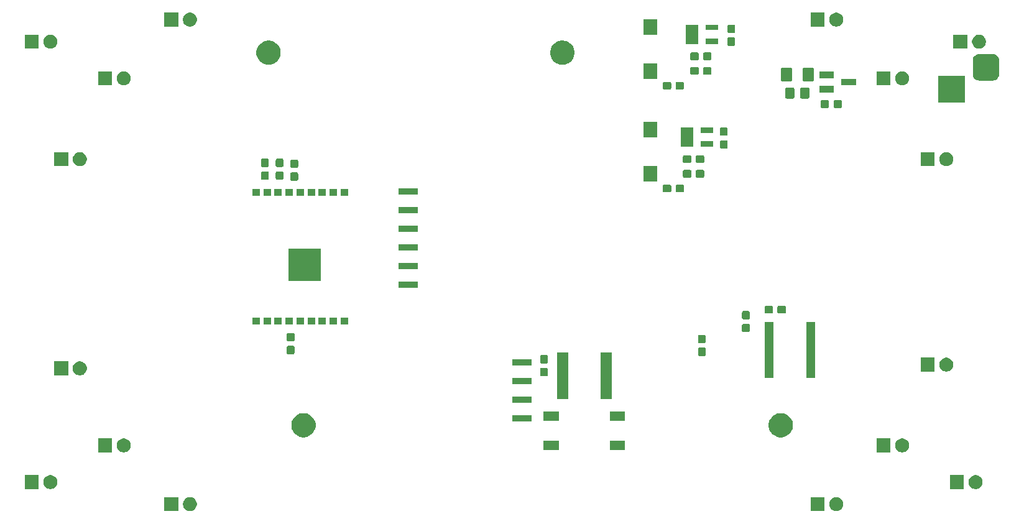
<source format=gbr>
G04 #@! TF.GenerationSoftware,KiCad,Pcbnew,(5.1.5)-3*
G04 #@! TF.CreationDate,2021-05-10T18:35:56+02:00*
G04 #@! TF.ProjectId,kicad,6b696361-642e-46b6-9963-61645f706362,rev?*
G04 #@! TF.SameCoordinates,Original*
G04 #@! TF.FileFunction,Soldermask,Bot*
G04 #@! TF.FilePolarity,Negative*
%FSLAX46Y46*%
G04 Gerber Fmt 4.6, Leading zero omitted, Abs format (unit mm)*
G04 Created by KiCad (PCBNEW (5.1.5)-3) date 2021-05-10 18:35:56*
%MOMM*%
%LPD*%
G04 APERTURE LIST*
%ADD10C,0.100000*%
G04 APERTURE END LIST*
D10*
G36*
X179567395Y-147085546D02*
G01*
X179740466Y-147157234D01*
X179740467Y-147157235D01*
X179896227Y-147261310D01*
X180028690Y-147393773D01*
X180028691Y-147393775D01*
X180132766Y-147549534D01*
X180204454Y-147722605D01*
X180241000Y-147906333D01*
X180241000Y-148093667D01*
X180204454Y-148277395D01*
X180132766Y-148450466D01*
X180132765Y-148450467D01*
X180028690Y-148606227D01*
X179896227Y-148738690D01*
X179817818Y-148791081D01*
X179740466Y-148842766D01*
X179567395Y-148914454D01*
X179383667Y-148951000D01*
X179196333Y-148951000D01*
X179012605Y-148914454D01*
X178839534Y-148842766D01*
X178762182Y-148791081D01*
X178683773Y-148738690D01*
X178551310Y-148606227D01*
X178447235Y-148450467D01*
X178447234Y-148450466D01*
X178375546Y-148277395D01*
X178339000Y-148093667D01*
X178339000Y-147906333D01*
X178375546Y-147722605D01*
X178447234Y-147549534D01*
X178551309Y-147393775D01*
X178551310Y-147393773D01*
X178683773Y-147261310D01*
X178839533Y-147157235D01*
X178839534Y-147157234D01*
X179012605Y-147085546D01*
X179196333Y-147049000D01*
X179383667Y-147049000D01*
X179567395Y-147085546D01*
G37*
G36*
X177701000Y-148951000D02*
G01*
X175799000Y-148951000D01*
X175799000Y-147049000D01*
X177701000Y-147049000D01*
X177701000Y-148951000D01*
G37*
G36*
X89701000Y-148951000D02*
G01*
X87799000Y-148951000D01*
X87799000Y-147049000D01*
X89701000Y-147049000D01*
X89701000Y-148951000D01*
G37*
G36*
X91567395Y-147085546D02*
G01*
X91740466Y-147157234D01*
X91740467Y-147157235D01*
X91896227Y-147261310D01*
X92028690Y-147393773D01*
X92028691Y-147393775D01*
X92132766Y-147549534D01*
X92204454Y-147722605D01*
X92241000Y-147906333D01*
X92241000Y-148093667D01*
X92204454Y-148277395D01*
X92132766Y-148450466D01*
X92132765Y-148450467D01*
X92028690Y-148606227D01*
X91896227Y-148738690D01*
X91817818Y-148791081D01*
X91740466Y-148842766D01*
X91567395Y-148914454D01*
X91383667Y-148951000D01*
X91196333Y-148951000D01*
X91012605Y-148914454D01*
X90839534Y-148842766D01*
X90762182Y-148791081D01*
X90683773Y-148738690D01*
X90551310Y-148606227D01*
X90447235Y-148450467D01*
X90447234Y-148450466D01*
X90375546Y-148277395D01*
X90339000Y-148093667D01*
X90339000Y-147906333D01*
X90375546Y-147722605D01*
X90447234Y-147549534D01*
X90551309Y-147393775D01*
X90551310Y-147393773D01*
X90683773Y-147261310D01*
X90839533Y-147157235D01*
X90839534Y-147157234D01*
X91012605Y-147085546D01*
X91196333Y-147049000D01*
X91383667Y-147049000D01*
X91567395Y-147085546D01*
G37*
G36*
X70701000Y-145951000D02*
G01*
X68799000Y-145951000D01*
X68799000Y-144049000D01*
X70701000Y-144049000D01*
X70701000Y-145951000D01*
G37*
G36*
X72567395Y-144085546D02*
G01*
X72740466Y-144157234D01*
X72740467Y-144157235D01*
X72896227Y-144261310D01*
X73028690Y-144393773D01*
X73028691Y-144393775D01*
X73132766Y-144549534D01*
X73204454Y-144722605D01*
X73241000Y-144906333D01*
X73241000Y-145093667D01*
X73204454Y-145277395D01*
X73132766Y-145450466D01*
X73132765Y-145450467D01*
X73028690Y-145606227D01*
X72896227Y-145738690D01*
X72817818Y-145791081D01*
X72740466Y-145842766D01*
X72567395Y-145914454D01*
X72383667Y-145951000D01*
X72196333Y-145951000D01*
X72012605Y-145914454D01*
X71839534Y-145842766D01*
X71762182Y-145791081D01*
X71683773Y-145738690D01*
X71551310Y-145606227D01*
X71447235Y-145450467D01*
X71447234Y-145450466D01*
X71375546Y-145277395D01*
X71339000Y-145093667D01*
X71339000Y-144906333D01*
X71375546Y-144722605D01*
X71447234Y-144549534D01*
X71551309Y-144393775D01*
X71551310Y-144393773D01*
X71683773Y-144261310D01*
X71839533Y-144157235D01*
X71839534Y-144157234D01*
X72012605Y-144085546D01*
X72196333Y-144049000D01*
X72383667Y-144049000D01*
X72567395Y-144085546D01*
G37*
G36*
X198567395Y-144085546D02*
G01*
X198740466Y-144157234D01*
X198740467Y-144157235D01*
X198896227Y-144261310D01*
X199028690Y-144393773D01*
X199028691Y-144393775D01*
X199132766Y-144549534D01*
X199204454Y-144722605D01*
X199241000Y-144906333D01*
X199241000Y-145093667D01*
X199204454Y-145277395D01*
X199132766Y-145450466D01*
X199132765Y-145450467D01*
X199028690Y-145606227D01*
X198896227Y-145738690D01*
X198817818Y-145791081D01*
X198740466Y-145842766D01*
X198567395Y-145914454D01*
X198383667Y-145951000D01*
X198196333Y-145951000D01*
X198012605Y-145914454D01*
X197839534Y-145842766D01*
X197762182Y-145791081D01*
X197683773Y-145738690D01*
X197551310Y-145606227D01*
X197447235Y-145450467D01*
X197447234Y-145450466D01*
X197375546Y-145277395D01*
X197339000Y-145093667D01*
X197339000Y-144906333D01*
X197375546Y-144722605D01*
X197447234Y-144549534D01*
X197551309Y-144393775D01*
X197551310Y-144393773D01*
X197683773Y-144261310D01*
X197839533Y-144157235D01*
X197839534Y-144157234D01*
X198012605Y-144085546D01*
X198196333Y-144049000D01*
X198383667Y-144049000D01*
X198567395Y-144085546D01*
G37*
G36*
X196701000Y-145951000D02*
G01*
X194799000Y-145951000D01*
X194799000Y-144049000D01*
X196701000Y-144049000D01*
X196701000Y-145951000D01*
G37*
G36*
X82567395Y-139085546D02*
G01*
X82740466Y-139157234D01*
X82740467Y-139157235D01*
X82896227Y-139261310D01*
X83028690Y-139393773D01*
X83028691Y-139393775D01*
X83132766Y-139549534D01*
X83204454Y-139722605D01*
X83241000Y-139906333D01*
X83241000Y-140093667D01*
X83204454Y-140277395D01*
X83132766Y-140450466D01*
X83132765Y-140450467D01*
X83028690Y-140606227D01*
X82896227Y-140738690D01*
X82817818Y-140791081D01*
X82740466Y-140842766D01*
X82567395Y-140914454D01*
X82383667Y-140951000D01*
X82196333Y-140951000D01*
X82012605Y-140914454D01*
X81839534Y-140842766D01*
X81762182Y-140791081D01*
X81683773Y-140738690D01*
X81551310Y-140606227D01*
X81447235Y-140450467D01*
X81447234Y-140450466D01*
X81375546Y-140277395D01*
X81339000Y-140093667D01*
X81339000Y-139906333D01*
X81375546Y-139722605D01*
X81447234Y-139549534D01*
X81551309Y-139393775D01*
X81551310Y-139393773D01*
X81683773Y-139261310D01*
X81839533Y-139157235D01*
X81839534Y-139157234D01*
X82012605Y-139085546D01*
X82196333Y-139049000D01*
X82383667Y-139049000D01*
X82567395Y-139085546D01*
G37*
G36*
X80701000Y-140951000D02*
G01*
X78799000Y-140951000D01*
X78799000Y-139049000D01*
X80701000Y-139049000D01*
X80701000Y-140951000D01*
G37*
G36*
X188567395Y-139085546D02*
G01*
X188740466Y-139157234D01*
X188740467Y-139157235D01*
X188896227Y-139261310D01*
X189028690Y-139393773D01*
X189028691Y-139393775D01*
X189132766Y-139549534D01*
X189204454Y-139722605D01*
X189241000Y-139906333D01*
X189241000Y-140093667D01*
X189204454Y-140277395D01*
X189132766Y-140450466D01*
X189132765Y-140450467D01*
X189028690Y-140606227D01*
X188896227Y-140738690D01*
X188817818Y-140791081D01*
X188740466Y-140842766D01*
X188567395Y-140914454D01*
X188383667Y-140951000D01*
X188196333Y-140951000D01*
X188012605Y-140914454D01*
X187839534Y-140842766D01*
X187762182Y-140791081D01*
X187683773Y-140738690D01*
X187551310Y-140606227D01*
X187447235Y-140450467D01*
X187447234Y-140450466D01*
X187375546Y-140277395D01*
X187339000Y-140093667D01*
X187339000Y-139906333D01*
X187375546Y-139722605D01*
X187447234Y-139549534D01*
X187551309Y-139393775D01*
X187551310Y-139393773D01*
X187683773Y-139261310D01*
X187839533Y-139157235D01*
X187839534Y-139157234D01*
X188012605Y-139085546D01*
X188196333Y-139049000D01*
X188383667Y-139049000D01*
X188567395Y-139085546D01*
G37*
G36*
X186701000Y-140951000D02*
G01*
X184799000Y-140951000D01*
X184799000Y-139049000D01*
X186701000Y-139049000D01*
X186701000Y-140951000D01*
G37*
G36*
X141551000Y-140651000D02*
G01*
X139449000Y-140651000D01*
X139449000Y-139349000D01*
X141551000Y-139349000D01*
X141551000Y-140651000D01*
G37*
G36*
X150551000Y-140651000D02*
G01*
X148449000Y-140651000D01*
X148449000Y-139349000D01*
X150551000Y-139349000D01*
X150551000Y-140651000D01*
G37*
G36*
X172125256Y-135641298D02*
G01*
X172231579Y-135662447D01*
X172532042Y-135786903D01*
X172802451Y-135967585D01*
X173032415Y-136197549D01*
X173213097Y-136467958D01*
X173337553Y-136768421D01*
X173401000Y-137087391D01*
X173401000Y-137412609D01*
X173337553Y-137731579D01*
X173213097Y-138032042D01*
X173032415Y-138302451D01*
X172802451Y-138532415D01*
X172532042Y-138713097D01*
X172231579Y-138837553D01*
X172125256Y-138858702D01*
X171912611Y-138901000D01*
X171587389Y-138901000D01*
X171374744Y-138858702D01*
X171268421Y-138837553D01*
X170967958Y-138713097D01*
X170697549Y-138532415D01*
X170467585Y-138302451D01*
X170286903Y-138032042D01*
X170162447Y-137731579D01*
X170099000Y-137412609D01*
X170099000Y-137087391D01*
X170162447Y-136768421D01*
X170286903Y-136467958D01*
X170467585Y-136197549D01*
X170697549Y-135967585D01*
X170967958Y-135786903D01*
X171268421Y-135662447D01*
X171374744Y-135641298D01*
X171587389Y-135599000D01*
X171912611Y-135599000D01*
X172125256Y-135641298D01*
G37*
G36*
X107125256Y-135641298D02*
G01*
X107231579Y-135662447D01*
X107532042Y-135786903D01*
X107802451Y-135967585D01*
X108032415Y-136197549D01*
X108213097Y-136467958D01*
X108337553Y-136768421D01*
X108401000Y-137087391D01*
X108401000Y-137412609D01*
X108337553Y-137731579D01*
X108213097Y-138032042D01*
X108032415Y-138302451D01*
X107802451Y-138532415D01*
X107532042Y-138713097D01*
X107231579Y-138837553D01*
X107125256Y-138858702D01*
X106912611Y-138901000D01*
X106587389Y-138901000D01*
X106374744Y-138858702D01*
X106268421Y-138837553D01*
X105967958Y-138713097D01*
X105697549Y-138532415D01*
X105467585Y-138302451D01*
X105286903Y-138032042D01*
X105162447Y-137731579D01*
X105099000Y-137412609D01*
X105099000Y-137087391D01*
X105162447Y-136768421D01*
X105286903Y-136467958D01*
X105467585Y-136197549D01*
X105697549Y-135967585D01*
X105967958Y-135786903D01*
X106268421Y-135662447D01*
X106374744Y-135641298D01*
X106587389Y-135599000D01*
X106912611Y-135599000D01*
X107125256Y-135641298D01*
G37*
G36*
X137821000Y-136742500D02*
G01*
X135179000Y-136742500D01*
X135179000Y-135878500D01*
X137821000Y-135878500D01*
X137821000Y-136742500D01*
G37*
G36*
X150551000Y-136651000D02*
G01*
X148449000Y-136651000D01*
X148449000Y-135349000D01*
X150551000Y-135349000D01*
X150551000Y-136651000D01*
G37*
G36*
X141551000Y-136651000D02*
G01*
X139449000Y-136651000D01*
X139449000Y-135349000D01*
X141551000Y-135349000D01*
X141551000Y-136651000D01*
G37*
G36*
X137821000Y-134202500D02*
G01*
X135179000Y-134202500D01*
X135179000Y-133338500D01*
X137821000Y-133338500D01*
X137821000Y-134202500D01*
G37*
G36*
X142826000Y-133701000D02*
G01*
X141274000Y-133701000D01*
X141274000Y-127299000D01*
X142826000Y-127299000D01*
X142826000Y-133701000D01*
G37*
G36*
X148726000Y-133701000D02*
G01*
X147174000Y-133701000D01*
X147174000Y-127299000D01*
X148726000Y-127299000D01*
X148726000Y-133701000D01*
G37*
G36*
X137821000Y-131662500D02*
G01*
X135179000Y-131662500D01*
X135179000Y-130798500D01*
X137821000Y-130798500D01*
X137821000Y-131662500D01*
G37*
G36*
X176451000Y-130826000D02*
G01*
X175249000Y-130826000D01*
X175249000Y-123174000D01*
X176451000Y-123174000D01*
X176451000Y-130826000D01*
G37*
G36*
X170751000Y-130826000D02*
G01*
X169549000Y-130826000D01*
X169549000Y-123174000D01*
X170751000Y-123174000D01*
X170751000Y-130826000D01*
G37*
G36*
X139864499Y-129428445D02*
G01*
X139901995Y-129439820D01*
X139936554Y-129458292D01*
X139966847Y-129483153D01*
X139991708Y-129513446D01*
X140010180Y-129548005D01*
X140021555Y-129585501D01*
X140026000Y-129630638D01*
X140026000Y-130369362D01*
X140021555Y-130414499D01*
X140010180Y-130451995D01*
X139991708Y-130486554D01*
X139966847Y-130516847D01*
X139936554Y-130541708D01*
X139901995Y-130560180D01*
X139864499Y-130571555D01*
X139819362Y-130576000D01*
X139180638Y-130576000D01*
X139135501Y-130571555D01*
X139098005Y-130560180D01*
X139063446Y-130541708D01*
X139033153Y-130516847D01*
X139008292Y-130486554D01*
X138989820Y-130451995D01*
X138978445Y-130414499D01*
X138974000Y-130369362D01*
X138974000Y-129630638D01*
X138978445Y-129585501D01*
X138989820Y-129548005D01*
X139008292Y-129513446D01*
X139033153Y-129483153D01*
X139063446Y-129458292D01*
X139098005Y-129439820D01*
X139135501Y-129428445D01*
X139180638Y-129424000D01*
X139819362Y-129424000D01*
X139864499Y-129428445D01*
G37*
G36*
X76567395Y-128585546D02*
G01*
X76740466Y-128657234D01*
X76807455Y-128701995D01*
X76896227Y-128761310D01*
X77028690Y-128893773D01*
X77081081Y-128972182D01*
X77132766Y-129049534D01*
X77204454Y-129222605D01*
X77241000Y-129406333D01*
X77241000Y-129593667D01*
X77204454Y-129777395D01*
X77132766Y-129950466D01*
X77132765Y-129950467D01*
X77028690Y-130106227D01*
X76896227Y-130238690D01*
X76817818Y-130291081D01*
X76740466Y-130342766D01*
X76567395Y-130414454D01*
X76383667Y-130451000D01*
X76196333Y-130451000D01*
X76012605Y-130414454D01*
X75839534Y-130342766D01*
X75762182Y-130291081D01*
X75683773Y-130238690D01*
X75551310Y-130106227D01*
X75447235Y-129950467D01*
X75447234Y-129950466D01*
X75375546Y-129777395D01*
X75339000Y-129593667D01*
X75339000Y-129406333D01*
X75375546Y-129222605D01*
X75447234Y-129049534D01*
X75498919Y-128972182D01*
X75551310Y-128893773D01*
X75683773Y-128761310D01*
X75772545Y-128701995D01*
X75839534Y-128657234D01*
X76012605Y-128585546D01*
X76196333Y-128549000D01*
X76383667Y-128549000D01*
X76567395Y-128585546D01*
G37*
G36*
X74701000Y-130451000D02*
G01*
X72799000Y-130451000D01*
X72799000Y-128549000D01*
X74701000Y-128549000D01*
X74701000Y-130451000D01*
G37*
G36*
X192701000Y-129951000D02*
G01*
X190799000Y-129951000D01*
X190799000Y-128049000D01*
X192701000Y-128049000D01*
X192701000Y-129951000D01*
G37*
G36*
X194567395Y-128085546D02*
G01*
X194740466Y-128157234D01*
X194740467Y-128157235D01*
X194896227Y-128261310D01*
X195028690Y-128393773D01*
X195028691Y-128393775D01*
X195132766Y-128549534D01*
X195204454Y-128722605D01*
X195241000Y-128906333D01*
X195241000Y-129093667D01*
X195204454Y-129277395D01*
X195132766Y-129450466D01*
X195132765Y-129450467D01*
X195028690Y-129606227D01*
X194896227Y-129738690D01*
X194838299Y-129777396D01*
X194740466Y-129842766D01*
X194567395Y-129914454D01*
X194383667Y-129951000D01*
X194196333Y-129951000D01*
X194012605Y-129914454D01*
X193839534Y-129842766D01*
X193741701Y-129777396D01*
X193683773Y-129738690D01*
X193551310Y-129606227D01*
X193447235Y-129450467D01*
X193447234Y-129450466D01*
X193375546Y-129277395D01*
X193339000Y-129093667D01*
X193339000Y-128906333D01*
X193375546Y-128722605D01*
X193447234Y-128549534D01*
X193551309Y-128393775D01*
X193551310Y-128393773D01*
X193683773Y-128261310D01*
X193839533Y-128157235D01*
X193839534Y-128157234D01*
X194012605Y-128085546D01*
X194196333Y-128049000D01*
X194383667Y-128049000D01*
X194567395Y-128085546D01*
G37*
G36*
X137821000Y-129122500D02*
G01*
X135179000Y-129122500D01*
X135179000Y-128258500D01*
X137821000Y-128258500D01*
X137821000Y-129122500D01*
G37*
G36*
X139864499Y-127678445D02*
G01*
X139901995Y-127689820D01*
X139936554Y-127708292D01*
X139966847Y-127733153D01*
X139991708Y-127763446D01*
X140010180Y-127798005D01*
X140021555Y-127835501D01*
X140026000Y-127880638D01*
X140026000Y-128619362D01*
X140021555Y-128664499D01*
X140010180Y-128701995D01*
X139991708Y-128736554D01*
X139966847Y-128766847D01*
X139936554Y-128791708D01*
X139901995Y-128810180D01*
X139864499Y-128821555D01*
X139819362Y-128826000D01*
X139180638Y-128826000D01*
X139135501Y-128821555D01*
X139098005Y-128810180D01*
X139063446Y-128791708D01*
X139033153Y-128766847D01*
X139008292Y-128736554D01*
X138989820Y-128701995D01*
X138978445Y-128664499D01*
X138974000Y-128619362D01*
X138974000Y-127880638D01*
X138978445Y-127835501D01*
X138989820Y-127798005D01*
X139008292Y-127763446D01*
X139033153Y-127733153D01*
X139063446Y-127708292D01*
X139098005Y-127689820D01*
X139135501Y-127678445D01*
X139180638Y-127674000D01*
X139819362Y-127674000D01*
X139864499Y-127678445D01*
G37*
G36*
X161364499Y-126678445D02*
G01*
X161401995Y-126689820D01*
X161436554Y-126708292D01*
X161466847Y-126733153D01*
X161491708Y-126763446D01*
X161510180Y-126798005D01*
X161521555Y-126835501D01*
X161526000Y-126880638D01*
X161526000Y-127619362D01*
X161521555Y-127664499D01*
X161510180Y-127701995D01*
X161491708Y-127736554D01*
X161466847Y-127766847D01*
X161436554Y-127791708D01*
X161401995Y-127810180D01*
X161364499Y-127821555D01*
X161319362Y-127826000D01*
X160680638Y-127826000D01*
X160635501Y-127821555D01*
X160598005Y-127810180D01*
X160563446Y-127791708D01*
X160533153Y-127766847D01*
X160508292Y-127736554D01*
X160489820Y-127701995D01*
X160478445Y-127664499D01*
X160474000Y-127619362D01*
X160474000Y-126880638D01*
X160478445Y-126835501D01*
X160489820Y-126798005D01*
X160508292Y-126763446D01*
X160533153Y-126733153D01*
X160563446Y-126708292D01*
X160598005Y-126689820D01*
X160635501Y-126678445D01*
X160680638Y-126674000D01*
X161319362Y-126674000D01*
X161364499Y-126678445D01*
G37*
G36*
X105364499Y-126428445D02*
G01*
X105401995Y-126439820D01*
X105436554Y-126458292D01*
X105466847Y-126483153D01*
X105491708Y-126513446D01*
X105510180Y-126548005D01*
X105521555Y-126585501D01*
X105526000Y-126630638D01*
X105526000Y-127369362D01*
X105521555Y-127414499D01*
X105510180Y-127451995D01*
X105491708Y-127486554D01*
X105466847Y-127516847D01*
X105436554Y-127541708D01*
X105401995Y-127560180D01*
X105364499Y-127571555D01*
X105319362Y-127576000D01*
X104680638Y-127576000D01*
X104635501Y-127571555D01*
X104598005Y-127560180D01*
X104563446Y-127541708D01*
X104533153Y-127516847D01*
X104508292Y-127486554D01*
X104489820Y-127451995D01*
X104478445Y-127414499D01*
X104474000Y-127369362D01*
X104474000Y-126630638D01*
X104478445Y-126585501D01*
X104489820Y-126548005D01*
X104508292Y-126513446D01*
X104533153Y-126483153D01*
X104563446Y-126458292D01*
X104598005Y-126439820D01*
X104635501Y-126428445D01*
X104680638Y-126424000D01*
X105319362Y-126424000D01*
X105364499Y-126428445D01*
G37*
G36*
X161364499Y-124928445D02*
G01*
X161401995Y-124939820D01*
X161436554Y-124958292D01*
X161466847Y-124983153D01*
X161491708Y-125013446D01*
X161510180Y-125048005D01*
X161521555Y-125085501D01*
X161526000Y-125130638D01*
X161526000Y-125869362D01*
X161521555Y-125914499D01*
X161510180Y-125951995D01*
X161491708Y-125986554D01*
X161466847Y-126016847D01*
X161436554Y-126041708D01*
X161401995Y-126060180D01*
X161364499Y-126071555D01*
X161319362Y-126076000D01*
X160680638Y-126076000D01*
X160635501Y-126071555D01*
X160598005Y-126060180D01*
X160563446Y-126041708D01*
X160533153Y-126016847D01*
X160508292Y-125986554D01*
X160489820Y-125951995D01*
X160478445Y-125914499D01*
X160474000Y-125869362D01*
X160474000Y-125130638D01*
X160478445Y-125085501D01*
X160489820Y-125048005D01*
X160508292Y-125013446D01*
X160533153Y-124983153D01*
X160563446Y-124958292D01*
X160598005Y-124939820D01*
X160635501Y-124928445D01*
X160680638Y-124924000D01*
X161319362Y-124924000D01*
X161364499Y-124928445D01*
G37*
G36*
X105364499Y-124678445D02*
G01*
X105401995Y-124689820D01*
X105436554Y-124708292D01*
X105466847Y-124733153D01*
X105491708Y-124763446D01*
X105510180Y-124798005D01*
X105521555Y-124835501D01*
X105526000Y-124880638D01*
X105526000Y-125619362D01*
X105521555Y-125664499D01*
X105510180Y-125701995D01*
X105491708Y-125736554D01*
X105466847Y-125766847D01*
X105436554Y-125791708D01*
X105401995Y-125810180D01*
X105364499Y-125821555D01*
X105319362Y-125826000D01*
X104680638Y-125826000D01*
X104635501Y-125821555D01*
X104598005Y-125810180D01*
X104563446Y-125791708D01*
X104533153Y-125766847D01*
X104508292Y-125736554D01*
X104489820Y-125701995D01*
X104478445Y-125664499D01*
X104474000Y-125619362D01*
X104474000Y-124880638D01*
X104478445Y-124835501D01*
X104489820Y-124798005D01*
X104508292Y-124763446D01*
X104533153Y-124733153D01*
X104563446Y-124708292D01*
X104598005Y-124689820D01*
X104635501Y-124678445D01*
X104680638Y-124674000D01*
X105319362Y-124674000D01*
X105364499Y-124678445D01*
G37*
G36*
X167364499Y-123428445D02*
G01*
X167401995Y-123439820D01*
X167436554Y-123458292D01*
X167466847Y-123483153D01*
X167491708Y-123513446D01*
X167510180Y-123548005D01*
X167521555Y-123585501D01*
X167526000Y-123630638D01*
X167526000Y-124369362D01*
X167521555Y-124414499D01*
X167510180Y-124451995D01*
X167491708Y-124486554D01*
X167466847Y-124516847D01*
X167436554Y-124541708D01*
X167401995Y-124560180D01*
X167364499Y-124571555D01*
X167319362Y-124576000D01*
X166680638Y-124576000D01*
X166635501Y-124571555D01*
X166598005Y-124560180D01*
X166563446Y-124541708D01*
X166533153Y-124516847D01*
X166508292Y-124486554D01*
X166489820Y-124451995D01*
X166478445Y-124414499D01*
X166474000Y-124369362D01*
X166474000Y-123630638D01*
X166478445Y-123585501D01*
X166489820Y-123548005D01*
X166508292Y-123513446D01*
X166533153Y-123483153D01*
X166563446Y-123458292D01*
X166598005Y-123439820D01*
X166635501Y-123428445D01*
X166680638Y-123424000D01*
X167319362Y-123424000D01*
X167364499Y-123428445D01*
G37*
G36*
X111317250Y-123513500D02*
G01*
X110302750Y-123513500D01*
X110302750Y-122561500D01*
X111317250Y-122561500D01*
X111317250Y-123513500D01*
G37*
G36*
X112817250Y-123513500D02*
G01*
X111802750Y-123513500D01*
X111802750Y-122561500D01*
X112817250Y-122561500D01*
X112817250Y-123513500D01*
G37*
G36*
X109817250Y-123513500D02*
G01*
X108802750Y-123513500D01*
X108802750Y-122561500D01*
X109817250Y-122561500D01*
X109817250Y-123513500D01*
G37*
G36*
X108317250Y-123513500D02*
G01*
X107302750Y-123513500D01*
X107302750Y-122561500D01*
X108317250Y-122561500D01*
X108317250Y-123513500D01*
G37*
G36*
X105317250Y-123513500D02*
G01*
X104302750Y-123513500D01*
X104302750Y-122561500D01*
X105317250Y-122561500D01*
X105317250Y-123513500D01*
G37*
G36*
X103817250Y-123513500D02*
G01*
X102802750Y-123513500D01*
X102802750Y-122561500D01*
X103817250Y-122561500D01*
X103817250Y-123513500D01*
G37*
G36*
X102317250Y-123513500D02*
G01*
X101302750Y-123513500D01*
X101302750Y-122561500D01*
X102317250Y-122561500D01*
X102317250Y-123513500D01*
G37*
G36*
X100817250Y-123513500D02*
G01*
X99802750Y-123513500D01*
X99802750Y-122561500D01*
X100817250Y-122561500D01*
X100817250Y-123513500D01*
G37*
G36*
X106817250Y-123513500D02*
G01*
X105802750Y-123513500D01*
X105802750Y-122561500D01*
X106817250Y-122561500D01*
X106817250Y-123513500D01*
G37*
G36*
X167364499Y-121678445D02*
G01*
X167401995Y-121689820D01*
X167436554Y-121708292D01*
X167466847Y-121733153D01*
X167491708Y-121763446D01*
X167510180Y-121798005D01*
X167521555Y-121835501D01*
X167526000Y-121880638D01*
X167526000Y-122619362D01*
X167521555Y-122664499D01*
X167510180Y-122701995D01*
X167491708Y-122736554D01*
X167466847Y-122766847D01*
X167436554Y-122791708D01*
X167401995Y-122810180D01*
X167364499Y-122821555D01*
X167319362Y-122826000D01*
X166680638Y-122826000D01*
X166635501Y-122821555D01*
X166598005Y-122810180D01*
X166563446Y-122791708D01*
X166533153Y-122766847D01*
X166508292Y-122736554D01*
X166489820Y-122701995D01*
X166478445Y-122664499D01*
X166474000Y-122619362D01*
X166474000Y-121880638D01*
X166478445Y-121835501D01*
X166489820Y-121798005D01*
X166508292Y-121763446D01*
X166533153Y-121733153D01*
X166563446Y-121708292D01*
X166598005Y-121689820D01*
X166635501Y-121678445D01*
X166680638Y-121674000D01*
X167319362Y-121674000D01*
X167364499Y-121678445D01*
G37*
G36*
X170539499Y-120978445D02*
G01*
X170576995Y-120989820D01*
X170611554Y-121008292D01*
X170641847Y-121033153D01*
X170666708Y-121063446D01*
X170685180Y-121098005D01*
X170696555Y-121135501D01*
X170701000Y-121180638D01*
X170701000Y-121819362D01*
X170696555Y-121864499D01*
X170685180Y-121901995D01*
X170666708Y-121936554D01*
X170641847Y-121966847D01*
X170611554Y-121991708D01*
X170576995Y-122010180D01*
X170539499Y-122021555D01*
X170494362Y-122026000D01*
X169755638Y-122026000D01*
X169710501Y-122021555D01*
X169673005Y-122010180D01*
X169638446Y-121991708D01*
X169608153Y-121966847D01*
X169583292Y-121936554D01*
X169564820Y-121901995D01*
X169553445Y-121864499D01*
X169549000Y-121819362D01*
X169549000Y-121180638D01*
X169553445Y-121135501D01*
X169564820Y-121098005D01*
X169583292Y-121063446D01*
X169608153Y-121033153D01*
X169638446Y-121008292D01*
X169673005Y-120989820D01*
X169710501Y-120978445D01*
X169755638Y-120974000D01*
X170494362Y-120974000D01*
X170539499Y-120978445D01*
G37*
G36*
X172289499Y-120978445D02*
G01*
X172326995Y-120989820D01*
X172361554Y-121008292D01*
X172391847Y-121033153D01*
X172416708Y-121063446D01*
X172435180Y-121098005D01*
X172446555Y-121135501D01*
X172451000Y-121180638D01*
X172451000Y-121819362D01*
X172446555Y-121864499D01*
X172435180Y-121901995D01*
X172416708Y-121936554D01*
X172391847Y-121966847D01*
X172361554Y-121991708D01*
X172326995Y-122010180D01*
X172289499Y-122021555D01*
X172244362Y-122026000D01*
X171505638Y-122026000D01*
X171460501Y-122021555D01*
X171423005Y-122010180D01*
X171388446Y-121991708D01*
X171358153Y-121966847D01*
X171333292Y-121936554D01*
X171314820Y-121901995D01*
X171303445Y-121864499D01*
X171299000Y-121819362D01*
X171299000Y-121180638D01*
X171303445Y-121135501D01*
X171314820Y-121098005D01*
X171333292Y-121063446D01*
X171358153Y-121033153D01*
X171388446Y-121008292D01*
X171423005Y-120989820D01*
X171460501Y-120978445D01*
X171505638Y-120974000D01*
X172244362Y-120974000D01*
X172289499Y-120978445D01*
G37*
G36*
X122321000Y-118512000D02*
G01*
X119679000Y-118512000D01*
X119679000Y-117648000D01*
X122321000Y-117648000D01*
X122321000Y-118512000D01*
G37*
G36*
X109091000Y-117621000D02*
G01*
X104689000Y-117621000D01*
X104689000Y-113219000D01*
X109091000Y-113219000D01*
X109091000Y-117621000D01*
G37*
G36*
X122321000Y-115972000D02*
G01*
X119679000Y-115972000D01*
X119679000Y-115108000D01*
X122321000Y-115108000D01*
X122321000Y-115972000D01*
G37*
G36*
X122321000Y-113432000D02*
G01*
X119679000Y-113432000D01*
X119679000Y-112568000D01*
X122321000Y-112568000D01*
X122321000Y-113432000D01*
G37*
G36*
X122321000Y-110892000D02*
G01*
X119679000Y-110892000D01*
X119679000Y-110028000D01*
X122321000Y-110028000D01*
X122321000Y-110892000D01*
G37*
G36*
X122321000Y-108352000D02*
G01*
X119679000Y-108352000D01*
X119679000Y-107488000D01*
X122321000Y-107488000D01*
X122321000Y-108352000D01*
G37*
G36*
X100817250Y-106038500D02*
G01*
X99802750Y-106038500D01*
X99802750Y-105086500D01*
X100817250Y-105086500D01*
X100817250Y-106038500D01*
G37*
G36*
X112817250Y-106038500D02*
G01*
X111802750Y-106038500D01*
X111802750Y-105086500D01*
X112817250Y-105086500D01*
X112817250Y-106038500D01*
G37*
G36*
X111317250Y-106038500D02*
G01*
X110302750Y-106038500D01*
X110302750Y-105086500D01*
X111317250Y-105086500D01*
X111317250Y-106038500D01*
G37*
G36*
X103817250Y-106038500D02*
G01*
X102802750Y-106038500D01*
X102802750Y-105086500D01*
X103817250Y-105086500D01*
X103817250Y-106038500D01*
G37*
G36*
X106817250Y-106038500D02*
G01*
X105802750Y-106038500D01*
X105802750Y-105086500D01*
X106817250Y-105086500D01*
X106817250Y-106038500D01*
G37*
G36*
X105317250Y-106038500D02*
G01*
X104302750Y-106038500D01*
X104302750Y-105086500D01*
X105317250Y-105086500D01*
X105317250Y-106038500D01*
G37*
G36*
X108317250Y-106038500D02*
G01*
X107302750Y-106038500D01*
X107302750Y-105086500D01*
X108317250Y-105086500D01*
X108317250Y-106038500D01*
G37*
G36*
X109817250Y-106038500D02*
G01*
X108802750Y-106038500D01*
X108802750Y-105086500D01*
X109817250Y-105086500D01*
X109817250Y-106038500D01*
G37*
G36*
X102317250Y-106038500D02*
G01*
X101302750Y-106038500D01*
X101302750Y-105086500D01*
X102317250Y-105086500D01*
X102317250Y-106038500D01*
G37*
G36*
X122321000Y-105812000D02*
G01*
X119679000Y-105812000D01*
X119679000Y-104948000D01*
X122321000Y-104948000D01*
X122321000Y-105812000D01*
G37*
G36*
X158414499Y-104478445D02*
G01*
X158451995Y-104489820D01*
X158486554Y-104508292D01*
X158516847Y-104533153D01*
X158541708Y-104563446D01*
X158560180Y-104598005D01*
X158571555Y-104635501D01*
X158576000Y-104680638D01*
X158576000Y-105319362D01*
X158571555Y-105364499D01*
X158560180Y-105401995D01*
X158541708Y-105436554D01*
X158516847Y-105466847D01*
X158486554Y-105491708D01*
X158451995Y-105510180D01*
X158414499Y-105521555D01*
X158369362Y-105526000D01*
X157630638Y-105526000D01*
X157585501Y-105521555D01*
X157548005Y-105510180D01*
X157513446Y-105491708D01*
X157483153Y-105466847D01*
X157458292Y-105436554D01*
X157439820Y-105401995D01*
X157428445Y-105364499D01*
X157424000Y-105319362D01*
X157424000Y-104680638D01*
X157428445Y-104635501D01*
X157439820Y-104598005D01*
X157458292Y-104563446D01*
X157483153Y-104533153D01*
X157513446Y-104508292D01*
X157548005Y-104489820D01*
X157585501Y-104478445D01*
X157630638Y-104474000D01*
X158369362Y-104474000D01*
X158414499Y-104478445D01*
G37*
G36*
X156664499Y-104478445D02*
G01*
X156701995Y-104489820D01*
X156736554Y-104508292D01*
X156766847Y-104533153D01*
X156791708Y-104563446D01*
X156810180Y-104598005D01*
X156821555Y-104635501D01*
X156826000Y-104680638D01*
X156826000Y-105319362D01*
X156821555Y-105364499D01*
X156810180Y-105401995D01*
X156791708Y-105436554D01*
X156766847Y-105466847D01*
X156736554Y-105491708D01*
X156701995Y-105510180D01*
X156664499Y-105521555D01*
X156619362Y-105526000D01*
X155880638Y-105526000D01*
X155835501Y-105521555D01*
X155798005Y-105510180D01*
X155763446Y-105491708D01*
X155733153Y-105466847D01*
X155708292Y-105436554D01*
X155689820Y-105401995D01*
X155678445Y-105364499D01*
X155674000Y-105319362D01*
X155674000Y-104680638D01*
X155678445Y-104635501D01*
X155689820Y-104598005D01*
X155708292Y-104563446D01*
X155733153Y-104533153D01*
X155763446Y-104508292D01*
X155798005Y-104489820D01*
X155835501Y-104478445D01*
X155880638Y-104474000D01*
X156619362Y-104474000D01*
X156664499Y-104478445D01*
G37*
G36*
X154901000Y-104051000D02*
G01*
X153099000Y-104051000D01*
X153099000Y-101949000D01*
X154901000Y-101949000D01*
X154901000Y-104051000D01*
G37*
G36*
X105864499Y-102803445D02*
G01*
X105901995Y-102814820D01*
X105936554Y-102833292D01*
X105966847Y-102858153D01*
X105991708Y-102888446D01*
X106010180Y-102923005D01*
X106021555Y-102960501D01*
X106026000Y-103005638D01*
X106026000Y-103744362D01*
X106021555Y-103789499D01*
X106010180Y-103826995D01*
X105991708Y-103861554D01*
X105966847Y-103891847D01*
X105936554Y-103916708D01*
X105901995Y-103935180D01*
X105864499Y-103946555D01*
X105819362Y-103951000D01*
X105180638Y-103951000D01*
X105135501Y-103946555D01*
X105098005Y-103935180D01*
X105063446Y-103916708D01*
X105033153Y-103891847D01*
X105008292Y-103861554D01*
X104989820Y-103826995D01*
X104978445Y-103789499D01*
X104974000Y-103744362D01*
X104974000Y-103005638D01*
X104978445Y-102960501D01*
X104989820Y-102923005D01*
X105008292Y-102888446D01*
X105033153Y-102858153D01*
X105063446Y-102833292D01*
X105098005Y-102814820D01*
X105135501Y-102803445D01*
X105180638Y-102799000D01*
X105819362Y-102799000D01*
X105864499Y-102803445D01*
G37*
G36*
X103864499Y-102678445D02*
G01*
X103901995Y-102689820D01*
X103936554Y-102708292D01*
X103966847Y-102733153D01*
X103991708Y-102763446D01*
X104010180Y-102798005D01*
X104021555Y-102835501D01*
X104026000Y-102880638D01*
X104026000Y-103619362D01*
X104021555Y-103664499D01*
X104010180Y-103701995D01*
X103991708Y-103736554D01*
X103966847Y-103766847D01*
X103936554Y-103791708D01*
X103901995Y-103810180D01*
X103864499Y-103821555D01*
X103819362Y-103826000D01*
X103180638Y-103826000D01*
X103135501Y-103821555D01*
X103098005Y-103810180D01*
X103063446Y-103791708D01*
X103033153Y-103766847D01*
X103008292Y-103736554D01*
X102989820Y-103701995D01*
X102978445Y-103664499D01*
X102974000Y-103619362D01*
X102974000Y-102880638D01*
X102978445Y-102835501D01*
X102989820Y-102798005D01*
X103008292Y-102763446D01*
X103033153Y-102733153D01*
X103063446Y-102708292D01*
X103098005Y-102689820D01*
X103135501Y-102678445D01*
X103180638Y-102674000D01*
X103819362Y-102674000D01*
X103864499Y-102678445D01*
G37*
G36*
X101864499Y-102678445D02*
G01*
X101901995Y-102689820D01*
X101936554Y-102708292D01*
X101966847Y-102733153D01*
X101991708Y-102763446D01*
X102010180Y-102798005D01*
X102021555Y-102835501D01*
X102026000Y-102880638D01*
X102026000Y-103619362D01*
X102021555Y-103664499D01*
X102010180Y-103701995D01*
X101991708Y-103736554D01*
X101966847Y-103766847D01*
X101936554Y-103791708D01*
X101901995Y-103810180D01*
X101864499Y-103821555D01*
X101819362Y-103826000D01*
X101180638Y-103826000D01*
X101135501Y-103821555D01*
X101098005Y-103810180D01*
X101063446Y-103791708D01*
X101033153Y-103766847D01*
X101008292Y-103736554D01*
X100989820Y-103701995D01*
X100978445Y-103664499D01*
X100974000Y-103619362D01*
X100974000Y-102880638D01*
X100978445Y-102835501D01*
X100989820Y-102798005D01*
X101008292Y-102763446D01*
X101033153Y-102733153D01*
X101063446Y-102708292D01*
X101098005Y-102689820D01*
X101135501Y-102678445D01*
X101180638Y-102674000D01*
X101819362Y-102674000D01*
X101864499Y-102678445D01*
G37*
G36*
X161164499Y-102478445D02*
G01*
X161201995Y-102489820D01*
X161236554Y-102508292D01*
X161266847Y-102533153D01*
X161291708Y-102563446D01*
X161310180Y-102598005D01*
X161321555Y-102635501D01*
X161326000Y-102680638D01*
X161326000Y-103319362D01*
X161321555Y-103364499D01*
X161310180Y-103401995D01*
X161291708Y-103436554D01*
X161266847Y-103466847D01*
X161236554Y-103491708D01*
X161201995Y-103510180D01*
X161164499Y-103521555D01*
X161119362Y-103526000D01*
X160380638Y-103526000D01*
X160335501Y-103521555D01*
X160298005Y-103510180D01*
X160263446Y-103491708D01*
X160233153Y-103466847D01*
X160208292Y-103436554D01*
X160189820Y-103401995D01*
X160178445Y-103364499D01*
X160174000Y-103319362D01*
X160174000Y-102680638D01*
X160178445Y-102635501D01*
X160189820Y-102598005D01*
X160208292Y-102563446D01*
X160233153Y-102533153D01*
X160263446Y-102508292D01*
X160298005Y-102489820D01*
X160335501Y-102478445D01*
X160380638Y-102474000D01*
X161119362Y-102474000D01*
X161164499Y-102478445D01*
G37*
G36*
X159414499Y-102478445D02*
G01*
X159451995Y-102489820D01*
X159486554Y-102508292D01*
X159516847Y-102533153D01*
X159541708Y-102563446D01*
X159560180Y-102598005D01*
X159571555Y-102635501D01*
X159576000Y-102680638D01*
X159576000Y-103319362D01*
X159571555Y-103364499D01*
X159560180Y-103401995D01*
X159541708Y-103436554D01*
X159516847Y-103466847D01*
X159486554Y-103491708D01*
X159451995Y-103510180D01*
X159414499Y-103521555D01*
X159369362Y-103526000D01*
X158630638Y-103526000D01*
X158585501Y-103521555D01*
X158548005Y-103510180D01*
X158513446Y-103491708D01*
X158483153Y-103466847D01*
X158458292Y-103436554D01*
X158439820Y-103401995D01*
X158428445Y-103364499D01*
X158424000Y-103319362D01*
X158424000Y-102680638D01*
X158428445Y-102635501D01*
X158439820Y-102598005D01*
X158458292Y-102563446D01*
X158483153Y-102533153D01*
X158513446Y-102508292D01*
X158548005Y-102489820D01*
X158585501Y-102478445D01*
X158630638Y-102474000D01*
X159369362Y-102474000D01*
X159414499Y-102478445D01*
G37*
G36*
X105864499Y-101053445D02*
G01*
X105901995Y-101064820D01*
X105936554Y-101083292D01*
X105966847Y-101108153D01*
X105991708Y-101138446D01*
X106010180Y-101173005D01*
X106021555Y-101210501D01*
X106026000Y-101255638D01*
X106026000Y-101994362D01*
X106021555Y-102039499D01*
X106010180Y-102076995D01*
X105991708Y-102111554D01*
X105966847Y-102141847D01*
X105936554Y-102166708D01*
X105901995Y-102185180D01*
X105864499Y-102196555D01*
X105819362Y-102201000D01*
X105180638Y-102201000D01*
X105135501Y-102196555D01*
X105098005Y-102185180D01*
X105063446Y-102166708D01*
X105033153Y-102141847D01*
X105008292Y-102111554D01*
X104989820Y-102076995D01*
X104978445Y-102039499D01*
X104974000Y-101994362D01*
X104974000Y-101255638D01*
X104978445Y-101210501D01*
X104989820Y-101173005D01*
X105008292Y-101138446D01*
X105033153Y-101108153D01*
X105063446Y-101083292D01*
X105098005Y-101064820D01*
X105135501Y-101053445D01*
X105180638Y-101049000D01*
X105819362Y-101049000D01*
X105864499Y-101053445D01*
G37*
G36*
X101864499Y-100928445D02*
G01*
X101901995Y-100939820D01*
X101936554Y-100958292D01*
X101966847Y-100983153D01*
X101991708Y-101013446D01*
X102010180Y-101048005D01*
X102021555Y-101085501D01*
X102026000Y-101130638D01*
X102026000Y-101869362D01*
X102021555Y-101914499D01*
X102010180Y-101951995D01*
X101991708Y-101986554D01*
X101966847Y-102016847D01*
X101936554Y-102041708D01*
X101901995Y-102060180D01*
X101864499Y-102071555D01*
X101819362Y-102076000D01*
X101180638Y-102076000D01*
X101135501Y-102071555D01*
X101098005Y-102060180D01*
X101063446Y-102041708D01*
X101033153Y-102016847D01*
X101008292Y-101986554D01*
X100989820Y-101951995D01*
X100978445Y-101914499D01*
X100974000Y-101869362D01*
X100974000Y-101130638D01*
X100978445Y-101085501D01*
X100989820Y-101048005D01*
X101008292Y-101013446D01*
X101033153Y-100983153D01*
X101063446Y-100958292D01*
X101098005Y-100939820D01*
X101135501Y-100928445D01*
X101180638Y-100924000D01*
X101819362Y-100924000D01*
X101864499Y-100928445D01*
G37*
G36*
X103864499Y-100928445D02*
G01*
X103901995Y-100939820D01*
X103936554Y-100958292D01*
X103966847Y-100983153D01*
X103991708Y-101013446D01*
X104010180Y-101048005D01*
X104021555Y-101085501D01*
X104026000Y-101130638D01*
X104026000Y-101869362D01*
X104021555Y-101914499D01*
X104010180Y-101951995D01*
X103991708Y-101986554D01*
X103966847Y-102016847D01*
X103936554Y-102041708D01*
X103901995Y-102060180D01*
X103864499Y-102071555D01*
X103819362Y-102076000D01*
X103180638Y-102076000D01*
X103135501Y-102071555D01*
X103098005Y-102060180D01*
X103063446Y-102041708D01*
X103033153Y-102016847D01*
X103008292Y-101986554D01*
X102989820Y-101951995D01*
X102978445Y-101914499D01*
X102974000Y-101869362D01*
X102974000Y-101130638D01*
X102978445Y-101085501D01*
X102989820Y-101048005D01*
X103008292Y-101013446D01*
X103033153Y-100983153D01*
X103063446Y-100958292D01*
X103098005Y-100939820D01*
X103135501Y-100928445D01*
X103180638Y-100924000D01*
X103819362Y-100924000D01*
X103864499Y-100928445D01*
G37*
G36*
X76567395Y-100085546D02*
G01*
X76740466Y-100157234D01*
X76740467Y-100157235D01*
X76896227Y-100261310D01*
X77028690Y-100393773D01*
X77028691Y-100393775D01*
X77132766Y-100549534D01*
X77204454Y-100722605D01*
X77241000Y-100906333D01*
X77241000Y-101093667D01*
X77204454Y-101277395D01*
X77132766Y-101450466D01*
X77111911Y-101481677D01*
X77028690Y-101606227D01*
X76896227Y-101738690D01*
X76817818Y-101791081D01*
X76740466Y-101842766D01*
X76567395Y-101914454D01*
X76383667Y-101951000D01*
X76196333Y-101951000D01*
X76012605Y-101914454D01*
X75839534Y-101842766D01*
X75762182Y-101791081D01*
X75683773Y-101738690D01*
X75551310Y-101606227D01*
X75468089Y-101481677D01*
X75447234Y-101450466D01*
X75375546Y-101277395D01*
X75339000Y-101093667D01*
X75339000Y-100906333D01*
X75375546Y-100722605D01*
X75447234Y-100549534D01*
X75551309Y-100393775D01*
X75551310Y-100393773D01*
X75683773Y-100261310D01*
X75839533Y-100157235D01*
X75839534Y-100157234D01*
X76012605Y-100085546D01*
X76196333Y-100049000D01*
X76383667Y-100049000D01*
X76567395Y-100085546D01*
G37*
G36*
X194567395Y-100085546D02*
G01*
X194740466Y-100157234D01*
X194740467Y-100157235D01*
X194896227Y-100261310D01*
X195028690Y-100393773D01*
X195028691Y-100393775D01*
X195132766Y-100549534D01*
X195204454Y-100722605D01*
X195241000Y-100906333D01*
X195241000Y-101093667D01*
X195204454Y-101277395D01*
X195132766Y-101450466D01*
X195111911Y-101481677D01*
X195028690Y-101606227D01*
X194896227Y-101738690D01*
X194817818Y-101791081D01*
X194740466Y-101842766D01*
X194567395Y-101914454D01*
X194383667Y-101951000D01*
X194196333Y-101951000D01*
X194012605Y-101914454D01*
X193839534Y-101842766D01*
X193762182Y-101791081D01*
X193683773Y-101738690D01*
X193551310Y-101606227D01*
X193468089Y-101481677D01*
X193447234Y-101450466D01*
X193375546Y-101277395D01*
X193339000Y-101093667D01*
X193339000Y-100906333D01*
X193375546Y-100722605D01*
X193447234Y-100549534D01*
X193551309Y-100393775D01*
X193551310Y-100393773D01*
X193683773Y-100261310D01*
X193839533Y-100157235D01*
X193839534Y-100157234D01*
X194012605Y-100085546D01*
X194196333Y-100049000D01*
X194383667Y-100049000D01*
X194567395Y-100085546D01*
G37*
G36*
X192701000Y-101951000D02*
G01*
X190799000Y-101951000D01*
X190799000Y-100049000D01*
X192701000Y-100049000D01*
X192701000Y-101951000D01*
G37*
G36*
X74701000Y-101951000D02*
G01*
X72799000Y-101951000D01*
X72799000Y-100049000D01*
X74701000Y-100049000D01*
X74701000Y-101951000D01*
G37*
G36*
X159414499Y-100478445D02*
G01*
X159451995Y-100489820D01*
X159486554Y-100508292D01*
X159516847Y-100533153D01*
X159541708Y-100563446D01*
X159560180Y-100598005D01*
X159571555Y-100635501D01*
X159576000Y-100680638D01*
X159576000Y-101319362D01*
X159571555Y-101364499D01*
X159560180Y-101401995D01*
X159541708Y-101436554D01*
X159516847Y-101466847D01*
X159486554Y-101491708D01*
X159451995Y-101510180D01*
X159414499Y-101521555D01*
X159369362Y-101526000D01*
X158630638Y-101526000D01*
X158585501Y-101521555D01*
X158548005Y-101510180D01*
X158513446Y-101491708D01*
X158483153Y-101466847D01*
X158458292Y-101436554D01*
X158439820Y-101401995D01*
X158428445Y-101364499D01*
X158424000Y-101319362D01*
X158424000Y-100680638D01*
X158428445Y-100635501D01*
X158439820Y-100598005D01*
X158458292Y-100563446D01*
X158483153Y-100533153D01*
X158513446Y-100508292D01*
X158548005Y-100489820D01*
X158585501Y-100478445D01*
X158630638Y-100474000D01*
X159369362Y-100474000D01*
X159414499Y-100478445D01*
G37*
G36*
X161164499Y-100478445D02*
G01*
X161201995Y-100489820D01*
X161236554Y-100508292D01*
X161266847Y-100533153D01*
X161291708Y-100563446D01*
X161310180Y-100598005D01*
X161321555Y-100635501D01*
X161326000Y-100680638D01*
X161326000Y-101319362D01*
X161321555Y-101364499D01*
X161310180Y-101401995D01*
X161291708Y-101436554D01*
X161266847Y-101466847D01*
X161236554Y-101491708D01*
X161201995Y-101510180D01*
X161164499Y-101521555D01*
X161119362Y-101526000D01*
X160380638Y-101526000D01*
X160335501Y-101521555D01*
X160298005Y-101510180D01*
X160263446Y-101491708D01*
X160233153Y-101466847D01*
X160208292Y-101436554D01*
X160189820Y-101401995D01*
X160178445Y-101364499D01*
X160174000Y-101319362D01*
X160174000Y-100680638D01*
X160178445Y-100635501D01*
X160189820Y-100598005D01*
X160208292Y-100563446D01*
X160233153Y-100533153D01*
X160263446Y-100508292D01*
X160298005Y-100489820D01*
X160335501Y-100478445D01*
X160380638Y-100474000D01*
X161119362Y-100474000D01*
X161164499Y-100478445D01*
G37*
G36*
X164364499Y-98428445D02*
G01*
X164401995Y-98439820D01*
X164436554Y-98458292D01*
X164466847Y-98483153D01*
X164491708Y-98513446D01*
X164510180Y-98548005D01*
X164521555Y-98585501D01*
X164526000Y-98630638D01*
X164526000Y-99369362D01*
X164521555Y-99414499D01*
X164510180Y-99451995D01*
X164491708Y-99486554D01*
X164466847Y-99516847D01*
X164436554Y-99541708D01*
X164401995Y-99560180D01*
X164364499Y-99571555D01*
X164319362Y-99576000D01*
X163680638Y-99576000D01*
X163635501Y-99571555D01*
X163598005Y-99560180D01*
X163563446Y-99541708D01*
X163533153Y-99516847D01*
X163508292Y-99486554D01*
X163489820Y-99451995D01*
X163478445Y-99414499D01*
X163474000Y-99369362D01*
X163474000Y-98630638D01*
X163478445Y-98585501D01*
X163489820Y-98548005D01*
X163508292Y-98513446D01*
X163533153Y-98483153D01*
X163563446Y-98458292D01*
X163598005Y-98439820D01*
X163635501Y-98428445D01*
X163680638Y-98424000D01*
X164319362Y-98424000D01*
X164364499Y-98428445D01*
G37*
G36*
X159831000Y-99326000D02*
G01*
X158169000Y-99326000D01*
X158169000Y-96674000D01*
X159831000Y-96674000D01*
X159831000Y-99326000D01*
G37*
G36*
X162531000Y-99326000D02*
G01*
X160869000Y-99326000D01*
X160869000Y-98574000D01*
X162531000Y-98574000D01*
X162531000Y-99326000D01*
G37*
G36*
X154901000Y-98051000D02*
G01*
X153099000Y-98051000D01*
X153099000Y-95949000D01*
X154901000Y-95949000D01*
X154901000Y-98051000D01*
G37*
G36*
X164364499Y-96678445D02*
G01*
X164401995Y-96689820D01*
X164436554Y-96708292D01*
X164466847Y-96733153D01*
X164491708Y-96763446D01*
X164510180Y-96798005D01*
X164521555Y-96835501D01*
X164526000Y-96880638D01*
X164526000Y-97619362D01*
X164521555Y-97664499D01*
X164510180Y-97701995D01*
X164491708Y-97736554D01*
X164466847Y-97766847D01*
X164436554Y-97791708D01*
X164401995Y-97810180D01*
X164364499Y-97821555D01*
X164319362Y-97826000D01*
X163680638Y-97826000D01*
X163635501Y-97821555D01*
X163598005Y-97810180D01*
X163563446Y-97791708D01*
X163533153Y-97766847D01*
X163508292Y-97736554D01*
X163489820Y-97701995D01*
X163478445Y-97664499D01*
X163474000Y-97619362D01*
X163474000Y-96880638D01*
X163478445Y-96835501D01*
X163489820Y-96798005D01*
X163508292Y-96763446D01*
X163533153Y-96733153D01*
X163563446Y-96708292D01*
X163598005Y-96689820D01*
X163635501Y-96678445D01*
X163680638Y-96674000D01*
X164319362Y-96674000D01*
X164364499Y-96678445D01*
G37*
G36*
X162531000Y-97426000D02*
G01*
X160869000Y-97426000D01*
X160869000Y-96674000D01*
X162531000Y-96674000D01*
X162531000Y-97426000D01*
G37*
G36*
X179914499Y-92978445D02*
G01*
X179951995Y-92989820D01*
X179986554Y-93008292D01*
X180016847Y-93033153D01*
X180041708Y-93063446D01*
X180060180Y-93098005D01*
X180071555Y-93135501D01*
X180076000Y-93180638D01*
X180076000Y-93819362D01*
X180071555Y-93864499D01*
X180060180Y-93901995D01*
X180041708Y-93936554D01*
X180016847Y-93966847D01*
X179986554Y-93991708D01*
X179951995Y-94010180D01*
X179914499Y-94021555D01*
X179869362Y-94026000D01*
X179130638Y-94026000D01*
X179085501Y-94021555D01*
X179048005Y-94010180D01*
X179013446Y-93991708D01*
X178983153Y-93966847D01*
X178958292Y-93936554D01*
X178939820Y-93901995D01*
X178928445Y-93864499D01*
X178924000Y-93819362D01*
X178924000Y-93180638D01*
X178928445Y-93135501D01*
X178939820Y-93098005D01*
X178958292Y-93063446D01*
X178983153Y-93033153D01*
X179013446Y-93008292D01*
X179048005Y-92989820D01*
X179085501Y-92978445D01*
X179130638Y-92974000D01*
X179869362Y-92974000D01*
X179914499Y-92978445D01*
G37*
G36*
X178164499Y-92978445D02*
G01*
X178201995Y-92989820D01*
X178236554Y-93008292D01*
X178266847Y-93033153D01*
X178291708Y-93063446D01*
X178310180Y-93098005D01*
X178321555Y-93135501D01*
X178326000Y-93180638D01*
X178326000Y-93819362D01*
X178321555Y-93864499D01*
X178310180Y-93901995D01*
X178291708Y-93936554D01*
X178266847Y-93966847D01*
X178236554Y-93991708D01*
X178201995Y-94010180D01*
X178164499Y-94021555D01*
X178119362Y-94026000D01*
X177380638Y-94026000D01*
X177335501Y-94021555D01*
X177298005Y-94010180D01*
X177263446Y-93991708D01*
X177233153Y-93966847D01*
X177208292Y-93936554D01*
X177189820Y-93901995D01*
X177178445Y-93864499D01*
X177174000Y-93819362D01*
X177174000Y-93180638D01*
X177178445Y-93135501D01*
X177189820Y-93098005D01*
X177208292Y-93063446D01*
X177233153Y-93033153D01*
X177263446Y-93008292D01*
X177298005Y-92989820D01*
X177335501Y-92978445D01*
X177380638Y-92974000D01*
X178119362Y-92974000D01*
X178164499Y-92978445D01*
G37*
G36*
X196801000Y-93301000D02*
G01*
X193199000Y-93301000D01*
X193199000Y-89699000D01*
X196801000Y-89699000D01*
X196801000Y-93301000D01*
G37*
G36*
X175488674Y-91253465D02*
G01*
X175526367Y-91264899D01*
X175561103Y-91283466D01*
X175591548Y-91308452D01*
X175616534Y-91338897D01*
X175635101Y-91373633D01*
X175646535Y-91411326D01*
X175651000Y-91456661D01*
X175651000Y-92543339D01*
X175646535Y-92588674D01*
X175635101Y-92626367D01*
X175616534Y-92661103D01*
X175591548Y-92691548D01*
X175561103Y-92716534D01*
X175526367Y-92735101D01*
X175488674Y-92746535D01*
X175443339Y-92751000D01*
X174606661Y-92751000D01*
X174561326Y-92746535D01*
X174523633Y-92735101D01*
X174488897Y-92716534D01*
X174458452Y-92691548D01*
X174433466Y-92661103D01*
X174414899Y-92626367D01*
X174403465Y-92588674D01*
X174399000Y-92543339D01*
X174399000Y-91456661D01*
X174403465Y-91411326D01*
X174414899Y-91373633D01*
X174433466Y-91338897D01*
X174458452Y-91308452D01*
X174488897Y-91283466D01*
X174523633Y-91264899D01*
X174561326Y-91253465D01*
X174606661Y-91249000D01*
X175443339Y-91249000D01*
X175488674Y-91253465D01*
G37*
G36*
X173438674Y-91253465D02*
G01*
X173476367Y-91264899D01*
X173511103Y-91283466D01*
X173541548Y-91308452D01*
X173566534Y-91338897D01*
X173585101Y-91373633D01*
X173596535Y-91411326D01*
X173601000Y-91456661D01*
X173601000Y-92543339D01*
X173596535Y-92588674D01*
X173585101Y-92626367D01*
X173566534Y-92661103D01*
X173541548Y-92691548D01*
X173511103Y-92716534D01*
X173476367Y-92735101D01*
X173438674Y-92746535D01*
X173393339Y-92751000D01*
X172556661Y-92751000D01*
X172511326Y-92746535D01*
X172473633Y-92735101D01*
X172438897Y-92716534D01*
X172408452Y-92691548D01*
X172383466Y-92661103D01*
X172364899Y-92626367D01*
X172353465Y-92588674D01*
X172349000Y-92543339D01*
X172349000Y-91456661D01*
X172353465Y-91411326D01*
X172364899Y-91373633D01*
X172383466Y-91338897D01*
X172408452Y-91308452D01*
X172438897Y-91283466D01*
X172473633Y-91264899D01*
X172511326Y-91253465D01*
X172556661Y-91249000D01*
X173393339Y-91249000D01*
X173438674Y-91253465D01*
G37*
G36*
X179001000Y-91901000D02*
G01*
X176999000Y-91901000D01*
X176999000Y-90999000D01*
X179001000Y-90999000D01*
X179001000Y-91901000D01*
G37*
G36*
X158414499Y-90478445D02*
G01*
X158451995Y-90489820D01*
X158486554Y-90508292D01*
X158516847Y-90533153D01*
X158541708Y-90563446D01*
X158560180Y-90598005D01*
X158571555Y-90635501D01*
X158576000Y-90680638D01*
X158576000Y-91319362D01*
X158571555Y-91364499D01*
X158560180Y-91401995D01*
X158541708Y-91436554D01*
X158516847Y-91466847D01*
X158486554Y-91491708D01*
X158451995Y-91510180D01*
X158414499Y-91521555D01*
X158369362Y-91526000D01*
X157630638Y-91526000D01*
X157585501Y-91521555D01*
X157548005Y-91510180D01*
X157513446Y-91491708D01*
X157483153Y-91466847D01*
X157458292Y-91436554D01*
X157439820Y-91401995D01*
X157428445Y-91364499D01*
X157424000Y-91319362D01*
X157424000Y-90680638D01*
X157428445Y-90635501D01*
X157439820Y-90598005D01*
X157458292Y-90563446D01*
X157483153Y-90533153D01*
X157513446Y-90508292D01*
X157548005Y-90489820D01*
X157585501Y-90478445D01*
X157630638Y-90474000D01*
X158369362Y-90474000D01*
X158414499Y-90478445D01*
G37*
G36*
X156664499Y-90478445D02*
G01*
X156701995Y-90489820D01*
X156736554Y-90508292D01*
X156766847Y-90533153D01*
X156791708Y-90563446D01*
X156810180Y-90598005D01*
X156821555Y-90635501D01*
X156826000Y-90680638D01*
X156826000Y-91319362D01*
X156821555Y-91364499D01*
X156810180Y-91401995D01*
X156791708Y-91436554D01*
X156766847Y-91466847D01*
X156736554Y-91491708D01*
X156701995Y-91510180D01*
X156664499Y-91521555D01*
X156619362Y-91526000D01*
X155880638Y-91526000D01*
X155835501Y-91521555D01*
X155798005Y-91510180D01*
X155763446Y-91491708D01*
X155733153Y-91466847D01*
X155708292Y-91436554D01*
X155689820Y-91401995D01*
X155678445Y-91364499D01*
X155674000Y-91319362D01*
X155674000Y-90680638D01*
X155678445Y-90635501D01*
X155689820Y-90598005D01*
X155708292Y-90563446D01*
X155733153Y-90533153D01*
X155763446Y-90508292D01*
X155798005Y-90489820D01*
X155835501Y-90478445D01*
X155880638Y-90474000D01*
X156619362Y-90474000D01*
X156664499Y-90478445D01*
G37*
G36*
X186701000Y-90951000D02*
G01*
X184799000Y-90951000D01*
X184799000Y-89049000D01*
X186701000Y-89049000D01*
X186701000Y-90951000D01*
G37*
G36*
X182001000Y-90951000D02*
G01*
X179999000Y-90951000D01*
X179999000Y-90049000D01*
X182001000Y-90049000D01*
X182001000Y-90951000D01*
G37*
G36*
X82567395Y-89085546D02*
G01*
X82740466Y-89157234D01*
X82740467Y-89157235D01*
X82896227Y-89261310D01*
X83028690Y-89393773D01*
X83038941Y-89409115D01*
X83132766Y-89549534D01*
X83204454Y-89722605D01*
X83241000Y-89906333D01*
X83241000Y-90093667D01*
X83204454Y-90277395D01*
X83132766Y-90450466D01*
X83132765Y-90450467D01*
X83028690Y-90606227D01*
X82896227Y-90738690D01*
X82817818Y-90791081D01*
X82740466Y-90842766D01*
X82567395Y-90914454D01*
X82383667Y-90951000D01*
X82196333Y-90951000D01*
X82012605Y-90914454D01*
X81839534Y-90842766D01*
X81762182Y-90791081D01*
X81683773Y-90738690D01*
X81551310Y-90606227D01*
X81447235Y-90450467D01*
X81447234Y-90450466D01*
X81375546Y-90277395D01*
X81339000Y-90093667D01*
X81339000Y-89906333D01*
X81375546Y-89722605D01*
X81447234Y-89549534D01*
X81541059Y-89409115D01*
X81551310Y-89393773D01*
X81683773Y-89261310D01*
X81839533Y-89157235D01*
X81839534Y-89157234D01*
X82012605Y-89085546D01*
X82196333Y-89049000D01*
X82383667Y-89049000D01*
X82567395Y-89085546D01*
G37*
G36*
X80701000Y-90951000D02*
G01*
X78799000Y-90951000D01*
X78799000Y-89049000D01*
X80701000Y-89049000D01*
X80701000Y-90951000D01*
G37*
G36*
X188567395Y-89085546D02*
G01*
X188740466Y-89157234D01*
X188740467Y-89157235D01*
X188896227Y-89261310D01*
X189028690Y-89393773D01*
X189038941Y-89409115D01*
X189132766Y-89549534D01*
X189204454Y-89722605D01*
X189241000Y-89906333D01*
X189241000Y-90093667D01*
X189204454Y-90277395D01*
X189132766Y-90450466D01*
X189132765Y-90450467D01*
X189028690Y-90606227D01*
X188896227Y-90738690D01*
X188817818Y-90791081D01*
X188740466Y-90842766D01*
X188567395Y-90914454D01*
X188383667Y-90951000D01*
X188196333Y-90951000D01*
X188012605Y-90914454D01*
X187839534Y-90842766D01*
X187762182Y-90791081D01*
X187683773Y-90738690D01*
X187551310Y-90606227D01*
X187447235Y-90450467D01*
X187447234Y-90450466D01*
X187375546Y-90277395D01*
X187339000Y-90093667D01*
X187339000Y-89906333D01*
X187375546Y-89722605D01*
X187447234Y-89549534D01*
X187541059Y-89409115D01*
X187551310Y-89393773D01*
X187683773Y-89261310D01*
X187839533Y-89157235D01*
X187839534Y-89157234D01*
X188012605Y-89085546D01*
X188196333Y-89049000D01*
X188383667Y-89049000D01*
X188567395Y-89085546D01*
G37*
G36*
X176113062Y-88578181D02*
G01*
X176147981Y-88588774D01*
X176180163Y-88605976D01*
X176208373Y-88629127D01*
X176231524Y-88657337D01*
X176248726Y-88689519D01*
X176259319Y-88724438D01*
X176263500Y-88766895D01*
X176263500Y-90233105D01*
X176259319Y-90275562D01*
X176248726Y-90310481D01*
X176231524Y-90342663D01*
X176208373Y-90370873D01*
X176180163Y-90394024D01*
X176147981Y-90411226D01*
X176113062Y-90421819D01*
X176070605Y-90426000D01*
X174929395Y-90426000D01*
X174886938Y-90421819D01*
X174852019Y-90411226D01*
X174819837Y-90394024D01*
X174791627Y-90370873D01*
X174768476Y-90342663D01*
X174751274Y-90310481D01*
X174740681Y-90275562D01*
X174736500Y-90233105D01*
X174736500Y-88766895D01*
X174740681Y-88724438D01*
X174751274Y-88689519D01*
X174768476Y-88657337D01*
X174791627Y-88629127D01*
X174819837Y-88605976D01*
X174852019Y-88588774D01*
X174886938Y-88578181D01*
X174929395Y-88574000D01*
X176070605Y-88574000D01*
X176113062Y-88578181D01*
G37*
G36*
X173138062Y-88578181D02*
G01*
X173172981Y-88588774D01*
X173205163Y-88605976D01*
X173233373Y-88629127D01*
X173256524Y-88657337D01*
X173273726Y-88689519D01*
X173284319Y-88724438D01*
X173288500Y-88766895D01*
X173288500Y-90233105D01*
X173284319Y-90275562D01*
X173273726Y-90310481D01*
X173256524Y-90342663D01*
X173233373Y-90370873D01*
X173205163Y-90394024D01*
X173172981Y-90411226D01*
X173138062Y-90421819D01*
X173095605Y-90426000D01*
X171954395Y-90426000D01*
X171911938Y-90421819D01*
X171877019Y-90411226D01*
X171844837Y-90394024D01*
X171816627Y-90370873D01*
X171793476Y-90342663D01*
X171776274Y-90310481D01*
X171765681Y-90275562D01*
X171761500Y-90233105D01*
X171761500Y-88766895D01*
X171765681Y-88724438D01*
X171776274Y-88689519D01*
X171793476Y-88657337D01*
X171816627Y-88629127D01*
X171844837Y-88605976D01*
X171877019Y-88588774D01*
X171911938Y-88578181D01*
X171954395Y-88574000D01*
X173095605Y-88574000D01*
X173138062Y-88578181D01*
G37*
G36*
X200826366Y-86715695D02*
G01*
X200983460Y-86763349D01*
X201128231Y-86840731D01*
X201255128Y-86944872D01*
X201359269Y-87071769D01*
X201436651Y-87216540D01*
X201484305Y-87373634D01*
X201501000Y-87543140D01*
X201501000Y-89456860D01*
X201484305Y-89626366D01*
X201436651Y-89783460D01*
X201359269Y-89928231D01*
X201255128Y-90055128D01*
X201128231Y-90159269D01*
X200983460Y-90236651D01*
X200826366Y-90284305D01*
X200656860Y-90301000D01*
X198743140Y-90301000D01*
X198573634Y-90284305D01*
X198416540Y-90236651D01*
X198271769Y-90159269D01*
X198144872Y-90055128D01*
X198040731Y-89928231D01*
X197963349Y-89783460D01*
X197915695Y-89626366D01*
X197899000Y-89456860D01*
X197899000Y-87543140D01*
X197915695Y-87373634D01*
X197963349Y-87216540D01*
X198040731Y-87071769D01*
X198144872Y-86944872D01*
X198271769Y-86840731D01*
X198416540Y-86763349D01*
X198573634Y-86715695D01*
X198743140Y-86699000D01*
X200656860Y-86699000D01*
X200826366Y-86715695D01*
G37*
G36*
X154901000Y-90051000D02*
G01*
X153099000Y-90051000D01*
X153099000Y-87949000D01*
X154901000Y-87949000D01*
X154901000Y-90051000D01*
G37*
G36*
X179001000Y-90001000D02*
G01*
X176999000Y-90001000D01*
X176999000Y-89099000D01*
X179001000Y-89099000D01*
X179001000Y-90001000D01*
G37*
G36*
X162164499Y-88478445D02*
G01*
X162201995Y-88489820D01*
X162236554Y-88508292D01*
X162266847Y-88533153D01*
X162291708Y-88563446D01*
X162310180Y-88598005D01*
X162321555Y-88635501D01*
X162326000Y-88680638D01*
X162326000Y-89319362D01*
X162321555Y-89364499D01*
X162310180Y-89401995D01*
X162291708Y-89436554D01*
X162266847Y-89466847D01*
X162236554Y-89491708D01*
X162201995Y-89510180D01*
X162164499Y-89521555D01*
X162119362Y-89526000D01*
X161380638Y-89526000D01*
X161335501Y-89521555D01*
X161298005Y-89510180D01*
X161263446Y-89491708D01*
X161233153Y-89466847D01*
X161208292Y-89436554D01*
X161189820Y-89401995D01*
X161178445Y-89364499D01*
X161174000Y-89319362D01*
X161174000Y-88680638D01*
X161178445Y-88635501D01*
X161189820Y-88598005D01*
X161208292Y-88563446D01*
X161233153Y-88533153D01*
X161263446Y-88508292D01*
X161298005Y-88489820D01*
X161335501Y-88478445D01*
X161380638Y-88474000D01*
X162119362Y-88474000D01*
X162164499Y-88478445D01*
G37*
G36*
X160414499Y-88478445D02*
G01*
X160451995Y-88489820D01*
X160486554Y-88508292D01*
X160516847Y-88533153D01*
X160541708Y-88563446D01*
X160560180Y-88598005D01*
X160571555Y-88635501D01*
X160576000Y-88680638D01*
X160576000Y-89319362D01*
X160571555Y-89364499D01*
X160560180Y-89401995D01*
X160541708Y-89436554D01*
X160516847Y-89466847D01*
X160486554Y-89491708D01*
X160451995Y-89510180D01*
X160414499Y-89521555D01*
X160369362Y-89526000D01*
X159630638Y-89526000D01*
X159585501Y-89521555D01*
X159548005Y-89510180D01*
X159513446Y-89491708D01*
X159483153Y-89466847D01*
X159458292Y-89436554D01*
X159439820Y-89401995D01*
X159428445Y-89364499D01*
X159424000Y-89319362D01*
X159424000Y-88680638D01*
X159428445Y-88635501D01*
X159439820Y-88598005D01*
X159458292Y-88563446D01*
X159483153Y-88533153D01*
X159513446Y-88508292D01*
X159548005Y-88489820D01*
X159585501Y-88478445D01*
X159630638Y-88474000D01*
X160369362Y-88474000D01*
X160414499Y-88478445D01*
G37*
G36*
X142375256Y-84891298D02*
G01*
X142481579Y-84912447D01*
X142782042Y-85036903D01*
X143052451Y-85217585D01*
X143282415Y-85447549D01*
X143463097Y-85717958D01*
X143463098Y-85717960D01*
X143587553Y-86018422D01*
X143651000Y-86337389D01*
X143651000Y-86662611D01*
X143587553Y-86981578D01*
X143470985Y-87263000D01*
X143463097Y-87282042D01*
X143282415Y-87552451D01*
X143052451Y-87782415D01*
X142782042Y-87963097D01*
X142481579Y-88087553D01*
X142375256Y-88108702D01*
X142162611Y-88151000D01*
X141837389Y-88151000D01*
X141624744Y-88108702D01*
X141518421Y-88087553D01*
X141217958Y-87963097D01*
X140947549Y-87782415D01*
X140717585Y-87552451D01*
X140536903Y-87282042D01*
X140529016Y-87263000D01*
X140412447Y-86981578D01*
X140349000Y-86662611D01*
X140349000Y-86337389D01*
X140412447Y-86018422D01*
X140536902Y-85717960D01*
X140536903Y-85717958D01*
X140717585Y-85447549D01*
X140947549Y-85217585D01*
X141217958Y-85036903D01*
X141518421Y-84912447D01*
X141624744Y-84891298D01*
X141837389Y-84849000D01*
X142162611Y-84849000D01*
X142375256Y-84891298D01*
G37*
G36*
X102375256Y-84891298D02*
G01*
X102481579Y-84912447D01*
X102782042Y-85036903D01*
X103052451Y-85217585D01*
X103282415Y-85447549D01*
X103463097Y-85717958D01*
X103463098Y-85717960D01*
X103587553Y-86018422D01*
X103651000Y-86337389D01*
X103651000Y-86662611D01*
X103587553Y-86981578D01*
X103470985Y-87263000D01*
X103463097Y-87282042D01*
X103282415Y-87552451D01*
X103052451Y-87782415D01*
X102782042Y-87963097D01*
X102481579Y-88087553D01*
X102375256Y-88108702D01*
X102162611Y-88151000D01*
X101837389Y-88151000D01*
X101624744Y-88108702D01*
X101518421Y-88087553D01*
X101217958Y-87963097D01*
X100947549Y-87782415D01*
X100717585Y-87552451D01*
X100536903Y-87282042D01*
X100529016Y-87263000D01*
X100412447Y-86981578D01*
X100349000Y-86662611D01*
X100349000Y-86337389D01*
X100412447Y-86018422D01*
X100536902Y-85717960D01*
X100536903Y-85717958D01*
X100717585Y-85447549D01*
X100947549Y-85217585D01*
X101217958Y-85036903D01*
X101518421Y-84912447D01*
X101624744Y-84891298D01*
X101837389Y-84849000D01*
X102162611Y-84849000D01*
X102375256Y-84891298D01*
G37*
G36*
X162164499Y-86478445D02*
G01*
X162201995Y-86489820D01*
X162236554Y-86508292D01*
X162266847Y-86533153D01*
X162291708Y-86563446D01*
X162310180Y-86598005D01*
X162321555Y-86635501D01*
X162326000Y-86680638D01*
X162326000Y-87319362D01*
X162321555Y-87364499D01*
X162310180Y-87401995D01*
X162291708Y-87436554D01*
X162266847Y-87466847D01*
X162236554Y-87491708D01*
X162201995Y-87510180D01*
X162164499Y-87521555D01*
X162119362Y-87526000D01*
X161380638Y-87526000D01*
X161335501Y-87521555D01*
X161298005Y-87510180D01*
X161263446Y-87491708D01*
X161233153Y-87466847D01*
X161208292Y-87436554D01*
X161189820Y-87401995D01*
X161178445Y-87364499D01*
X161174000Y-87319362D01*
X161174000Y-86680638D01*
X161178445Y-86635501D01*
X161189820Y-86598005D01*
X161208292Y-86563446D01*
X161233153Y-86533153D01*
X161263446Y-86508292D01*
X161298005Y-86489820D01*
X161335501Y-86478445D01*
X161380638Y-86474000D01*
X162119362Y-86474000D01*
X162164499Y-86478445D01*
G37*
G36*
X160414499Y-86478445D02*
G01*
X160451995Y-86489820D01*
X160486554Y-86508292D01*
X160516847Y-86533153D01*
X160541708Y-86563446D01*
X160560180Y-86598005D01*
X160571555Y-86635501D01*
X160576000Y-86680638D01*
X160576000Y-87319362D01*
X160571555Y-87364499D01*
X160560180Y-87401995D01*
X160541708Y-87436554D01*
X160516847Y-87466847D01*
X160486554Y-87491708D01*
X160451995Y-87510180D01*
X160414499Y-87521555D01*
X160369362Y-87526000D01*
X159630638Y-87526000D01*
X159585501Y-87521555D01*
X159548005Y-87510180D01*
X159513446Y-87491708D01*
X159483153Y-87466847D01*
X159458292Y-87436554D01*
X159439820Y-87401995D01*
X159428445Y-87364499D01*
X159424000Y-87319362D01*
X159424000Y-86680638D01*
X159428445Y-86635501D01*
X159439820Y-86598005D01*
X159458292Y-86563446D01*
X159483153Y-86533153D01*
X159513446Y-86508292D01*
X159548005Y-86489820D01*
X159585501Y-86478445D01*
X159630638Y-86474000D01*
X160369362Y-86474000D01*
X160414499Y-86478445D01*
G37*
G36*
X72567395Y-84085546D02*
G01*
X72740466Y-84157234D01*
X72740467Y-84157235D01*
X72896227Y-84261310D01*
X73028690Y-84393773D01*
X73028691Y-84393775D01*
X73132766Y-84549534D01*
X73204454Y-84722605D01*
X73241000Y-84906333D01*
X73241000Y-85093667D01*
X73204454Y-85277395D01*
X73132766Y-85450466D01*
X73132765Y-85450467D01*
X73028690Y-85606227D01*
X72896227Y-85738690D01*
X72817818Y-85791081D01*
X72740466Y-85842766D01*
X72567395Y-85914454D01*
X72383667Y-85951000D01*
X72196333Y-85951000D01*
X72012605Y-85914454D01*
X71839534Y-85842766D01*
X71762182Y-85791081D01*
X71683773Y-85738690D01*
X71551310Y-85606227D01*
X71447235Y-85450467D01*
X71447234Y-85450466D01*
X71375546Y-85277395D01*
X71339000Y-85093667D01*
X71339000Y-84906333D01*
X71375546Y-84722605D01*
X71447234Y-84549534D01*
X71551309Y-84393775D01*
X71551310Y-84393773D01*
X71683773Y-84261310D01*
X71839533Y-84157235D01*
X71839534Y-84157234D01*
X72012605Y-84085546D01*
X72196333Y-84049000D01*
X72383667Y-84049000D01*
X72567395Y-84085546D01*
G37*
G36*
X199027395Y-84085546D02*
G01*
X199200466Y-84157234D01*
X199200467Y-84157235D01*
X199356227Y-84261310D01*
X199488690Y-84393773D01*
X199488691Y-84393775D01*
X199592766Y-84549534D01*
X199664454Y-84722605D01*
X199701000Y-84906333D01*
X199701000Y-85093667D01*
X199664454Y-85277395D01*
X199592766Y-85450466D01*
X199592765Y-85450467D01*
X199488690Y-85606227D01*
X199356227Y-85738690D01*
X199277818Y-85791081D01*
X199200466Y-85842766D01*
X199027395Y-85914454D01*
X198843667Y-85951000D01*
X198656333Y-85951000D01*
X198472605Y-85914454D01*
X198299534Y-85842766D01*
X198222182Y-85791081D01*
X198143773Y-85738690D01*
X198011310Y-85606227D01*
X197907235Y-85450467D01*
X197907234Y-85450466D01*
X197835546Y-85277395D01*
X197799000Y-85093667D01*
X197799000Y-84906333D01*
X197835546Y-84722605D01*
X197907234Y-84549534D01*
X198011309Y-84393775D01*
X198011310Y-84393773D01*
X198143773Y-84261310D01*
X198299533Y-84157235D01*
X198299534Y-84157234D01*
X198472605Y-84085546D01*
X198656333Y-84049000D01*
X198843667Y-84049000D01*
X199027395Y-84085546D01*
G37*
G36*
X197161000Y-85951000D02*
G01*
X195259000Y-85951000D01*
X195259000Y-84049000D01*
X197161000Y-84049000D01*
X197161000Y-85951000D01*
G37*
G36*
X70701000Y-85951000D02*
G01*
X68799000Y-85951000D01*
X68799000Y-84049000D01*
X70701000Y-84049000D01*
X70701000Y-85951000D01*
G37*
G36*
X165364499Y-84428445D02*
G01*
X165401995Y-84439820D01*
X165436554Y-84458292D01*
X165466847Y-84483153D01*
X165491708Y-84513446D01*
X165510180Y-84548005D01*
X165521555Y-84585501D01*
X165526000Y-84630638D01*
X165526000Y-85369362D01*
X165521555Y-85414499D01*
X165510180Y-85451995D01*
X165491708Y-85486554D01*
X165466847Y-85516847D01*
X165436554Y-85541708D01*
X165401995Y-85560180D01*
X165364499Y-85571555D01*
X165319362Y-85576000D01*
X164680638Y-85576000D01*
X164635501Y-85571555D01*
X164598005Y-85560180D01*
X164563446Y-85541708D01*
X164533153Y-85516847D01*
X164508292Y-85486554D01*
X164489820Y-85451995D01*
X164478445Y-85414499D01*
X164474000Y-85369362D01*
X164474000Y-84630638D01*
X164478445Y-84585501D01*
X164489820Y-84548005D01*
X164508292Y-84513446D01*
X164533153Y-84483153D01*
X164563446Y-84458292D01*
X164598005Y-84439820D01*
X164635501Y-84428445D01*
X164680638Y-84424000D01*
X165319362Y-84424000D01*
X165364499Y-84428445D01*
G37*
G36*
X163181000Y-85326000D02*
G01*
X161519000Y-85326000D01*
X161519000Y-84574000D01*
X163181000Y-84574000D01*
X163181000Y-85326000D01*
G37*
G36*
X160481000Y-85326000D02*
G01*
X158819000Y-85326000D01*
X158819000Y-82674000D01*
X160481000Y-82674000D01*
X160481000Y-85326000D01*
G37*
G36*
X154901000Y-84051000D02*
G01*
X153099000Y-84051000D01*
X153099000Y-81949000D01*
X154901000Y-81949000D01*
X154901000Y-84051000D01*
G37*
G36*
X165364499Y-82678445D02*
G01*
X165401995Y-82689820D01*
X165436554Y-82708292D01*
X165466847Y-82733153D01*
X165491708Y-82763446D01*
X165510180Y-82798005D01*
X165521555Y-82835501D01*
X165526000Y-82880638D01*
X165526000Y-83619362D01*
X165521555Y-83664499D01*
X165510180Y-83701995D01*
X165491708Y-83736554D01*
X165466847Y-83766847D01*
X165436554Y-83791708D01*
X165401995Y-83810180D01*
X165364499Y-83821555D01*
X165319362Y-83826000D01*
X164680638Y-83826000D01*
X164635501Y-83821555D01*
X164598005Y-83810180D01*
X164563446Y-83791708D01*
X164533153Y-83766847D01*
X164508292Y-83736554D01*
X164489820Y-83701995D01*
X164478445Y-83664499D01*
X164474000Y-83619362D01*
X164474000Y-82880638D01*
X164478445Y-82835501D01*
X164489820Y-82798005D01*
X164508292Y-82763446D01*
X164533153Y-82733153D01*
X164563446Y-82708292D01*
X164598005Y-82689820D01*
X164635501Y-82678445D01*
X164680638Y-82674000D01*
X165319362Y-82674000D01*
X165364499Y-82678445D01*
G37*
G36*
X163181000Y-83426000D02*
G01*
X161519000Y-83426000D01*
X161519000Y-82674000D01*
X163181000Y-82674000D01*
X163181000Y-83426000D01*
G37*
G36*
X89701000Y-82951000D02*
G01*
X87799000Y-82951000D01*
X87799000Y-81049000D01*
X89701000Y-81049000D01*
X89701000Y-82951000D01*
G37*
G36*
X179567395Y-81085546D02*
G01*
X179740466Y-81157234D01*
X179740467Y-81157235D01*
X179896227Y-81261310D01*
X180028690Y-81393773D01*
X180028691Y-81393775D01*
X180132766Y-81549534D01*
X180204454Y-81722605D01*
X180241000Y-81906333D01*
X180241000Y-82093667D01*
X180204454Y-82277395D01*
X180132766Y-82450466D01*
X180132765Y-82450467D01*
X180028690Y-82606227D01*
X179896227Y-82738690D01*
X179877757Y-82751031D01*
X179740466Y-82842766D01*
X179567395Y-82914454D01*
X179383667Y-82951000D01*
X179196333Y-82951000D01*
X179012605Y-82914454D01*
X178839534Y-82842766D01*
X178702243Y-82751031D01*
X178683773Y-82738690D01*
X178551310Y-82606227D01*
X178447235Y-82450467D01*
X178447234Y-82450466D01*
X178375546Y-82277395D01*
X178339000Y-82093667D01*
X178339000Y-81906333D01*
X178375546Y-81722605D01*
X178447234Y-81549534D01*
X178551309Y-81393775D01*
X178551310Y-81393773D01*
X178683773Y-81261310D01*
X178839533Y-81157235D01*
X178839534Y-81157234D01*
X179012605Y-81085546D01*
X179196333Y-81049000D01*
X179383667Y-81049000D01*
X179567395Y-81085546D01*
G37*
G36*
X177701000Y-82951000D02*
G01*
X175799000Y-82951000D01*
X175799000Y-81049000D01*
X177701000Y-81049000D01*
X177701000Y-82951000D01*
G37*
G36*
X91567395Y-81085546D02*
G01*
X91740466Y-81157234D01*
X91740467Y-81157235D01*
X91896227Y-81261310D01*
X92028690Y-81393773D01*
X92028691Y-81393775D01*
X92132766Y-81549534D01*
X92204454Y-81722605D01*
X92241000Y-81906333D01*
X92241000Y-82093667D01*
X92204454Y-82277395D01*
X92132766Y-82450466D01*
X92132765Y-82450467D01*
X92028690Y-82606227D01*
X91896227Y-82738690D01*
X91877757Y-82751031D01*
X91740466Y-82842766D01*
X91567395Y-82914454D01*
X91383667Y-82951000D01*
X91196333Y-82951000D01*
X91012605Y-82914454D01*
X90839534Y-82842766D01*
X90702243Y-82751031D01*
X90683773Y-82738690D01*
X90551310Y-82606227D01*
X90447235Y-82450467D01*
X90447234Y-82450466D01*
X90375546Y-82277395D01*
X90339000Y-82093667D01*
X90339000Y-81906333D01*
X90375546Y-81722605D01*
X90447234Y-81549534D01*
X90551309Y-81393775D01*
X90551310Y-81393773D01*
X90683773Y-81261310D01*
X90839533Y-81157235D01*
X90839534Y-81157234D01*
X91012605Y-81085546D01*
X91196333Y-81049000D01*
X91383667Y-81049000D01*
X91567395Y-81085546D01*
G37*
M02*

</source>
